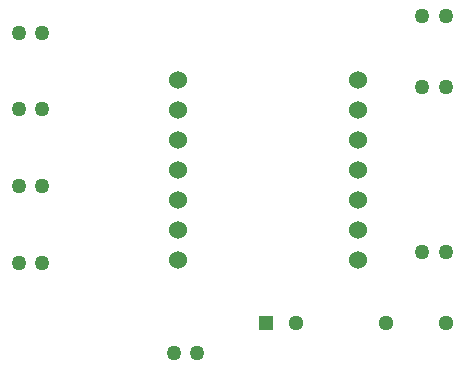
<source format=gbs>
%TF.GenerationSoftware,KiCad,Pcbnew,9.0.0*%
%TF.CreationDate,2025-09-04T17:25:07-04:00*%
%TF.ProjectId,OlfactoryDisplay,4f6c6661-6374-46f7-9279-446973706c61,rev?*%
%TF.SameCoordinates,Original*%
%TF.FileFunction,Soldermask,Bot*%
%TF.FilePolarity,Negative*%
%FSLAX46Y46*%
G04 Gerber Fmt 4.6, Leading zero omitted, Abs format (unit mm)*
G04 Created by KiCad (PCBNEW 9.0.0) date 2025-09-04 17:25:07*
%MOMM*%
%LPD*%
G01*
G04 APERTURE LIST*
%ADD10C,1.270000*%
%ADD11C,1.524000*%
%ADD12R,1.288000X1.288000*%
%ADD13C,1.288000*%
G04 APERTURE END LIST*
D10*
%TO.C,J3*%
X84850002Y-69901700D03*
X82850001Y-69901700D03*
%TD*%
%TO.C,J2*%
X84850001Y-63401700D03*
X82850000Y-63401700D03*
%TD*%
D11*
%TO.C,U7*%
X96380000Y-60880000D03*
X96380000Y-63420000D03*
X96380000Y-65960000D03*
X96380000Y-68500000D03*
X96380000Y-71040000D03*
X96380000Y-73580000D03*
X96380000Y-76120000D03*
X111620000Y-76120000D03*
X111620000Y-73580000D03*
X111620000Y-71040000D03*
X111620000Y-68500000D03*
X111620000Y-65960000D03*
X111620000Y-63420000D03*
X111620000Y-60880000D03*
%TD*%
D10*
%TO.C,J9*%
X119000000Y-61500000D03*
X116999999Y-61500000D03*
%TD*%
D12*
%TO.C,PS1*%
X103760000Y-81500000D03*
D13*
X106300000Y-81500000D03*
X113920000Y-81500000D03*
X119000000Y-81500000D03*
%TD*%
D10*
%TO.C,J6*%
X119000000Y-55500000D03*
X116999999Y-55500000D03*
%TD*%
%TO.C,J4*%
X84850001Y-76401700D03*
X82850000Y-76401700D03*
%TD*%
%TO.C,J1*%
X84850001Y-56901700D03*
X82850000Y-56901700D03*
%TD*%
%TO.C,J7*%
X95999999Y-84000000D03*
X98000000Y-84000000D03*
%TD*%
%TO.C,J5*%
X119000001Y-75499999D03*
X117000000Y-75499999D03*
%TD*%
M02*

</source>
